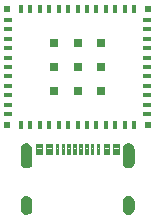
<source format=gbp>
G04 EAGLE Gerber RS-274X export*
G75*
%MOMM*%
%FSLAX34Y34*%
%LPD*%
%INSolderpaste Bottom*%
%IPPOS*%
%AMOC8*
5,1,8,0,0,1.08239X$1,22.5*%
G01*
%ADD10C,0.102000*%
%ADD11R,0.700000X0.300000*%
%ADD12R,0.300000X0.700000*%
%ADD13R,0.600000X0.600000*%
%ADD14R,0.800000X0.800000*%

G36*
X84976Y57922D02*
X84976Y57922D01*
X84980Y57919D01*
X85926Y58131D01*
X85931Y58137D01*
X85936Y58134D01*
X86811Y58552D01*
X86815Y58559D01*
X86821Y58558D01*
X87581Y59159D01*
X87583Y59167D01*
X87589Y59167D01*
X88196Y59923D01*
X88196Y59931D01*
X88202Y59932D01*
X88625Y60804D01*
X88625Y60808D01*
X88627Y60810D01*
X88625Y60813D01*
X88629Y60815D01*
X88848Y61759D01*
X88845Y61766D01*
X88849Y61770D01*
X88849Y73770D01*
X88848Y73772D01*
X88849Y73774D01*
X88768Y74891D01*
X88763Y74897D01*
X88766Y74902D01*
X88439Y75974D01*
X88432Y75978D01*
X88434Y75984D01*
X87877Y76956D01*
X87869Y76959D01*
X87870Y76965D01*
X87110Y77788D01*
X87102Y77789D01*
X87102Y77795D01*
X86177Y78429D01*
X86169Y78428D01*
X86168Y78434D01*
X85126Y78846D01*
X85118Y78844D01*
X85115Y78849D01*
X84007Y79019D01*
X84001Y79015D01*
X83997Y79019D01*
X82889Y78951D01*
X82885Y78947D01*
X82881Y78947D01*
X82878Y78949D01*
X81814Y78636D01*
X81809Y78629D01*
X81803Y78631D01*
X80835Y78089D01*
X80832Y78081D01*
X80826Y78082D01*
X80003Y77338D01*
X80001Y77330D01*
X79996Y77330D01*
X79358Y76421D01*
X79359Y76413D01*
X79353Y76412D01*
X78934Y75384D01*
X78936Y75376D01*
X78931Y75373D01*
X78751Y74278D01*
X78754Y74273D01*
X78751Y74270D01*
X78751Y62270D01*
X78755Y62264D01*
X78752Y62260D01*
X78971Y61214D01*
X78977Y61209D01*
X78974Y61204D01*
X79421Y60233D01*
X79428Y60229D01*
X79427Y60224D01*
X80078Y59377D01*
X80086Y59374D01*
X80086Y59369D01*
X80909Y58688D01*
X80917Y58687D01*
X80918Y58682D01*
X81872Y58201D01*
X81880Y58203D01*
X81883Y58197D01*
X82920Y57941D01*
X82927Y57944D01*
X82931Y57940D01*
X83999Y57921D01*
X84000Y57921D01*
X84969Y57917D01*
X84976Y57922D01*
G37*
G36*
X170502Y57923D02*
X170502Y57923D01*
X170503Y57921D01*
X171510Y57989D01*
X171516Y57995D01*
X171521Y57991D01*
X172486Y58282D01*
X172491Y58288D01*
X172497Y58286D01*
X173374Y58784D01*
X173377Y58792D01*
X173383Y58791D01*
X174127Y59472D01*
X174128Y59480D01*
X174134Y59480D01*
X174708Y60309D01*
X174708Y60317D01*
X174709Y60318D01*
X174713Y60319D01*
X175088Y61255D01*
X175088Y61256D01*
X175088Y61257D01*
X175086Y61263D01*
X175091Y61266D01*
X175249Y62262D01*
X175246Y62267D01*
X175249Y62270D01*
X175249Y74270D01*
X175247Y74273D01*
X175249Y74276D01*
X175131Y75321D01*
X175125Y75327D01*
X175129Y75332D01*
X174781Y76326D01*
X174774Y76330D01*
X174776Y76335D01*
X174216Y77227D01*
X174209Y77230D01*
X174209Y77235D01*
X173465Y77979D01*
X173457Y77981D01*
X173457Y77986D01*
X172565Y78546D01*
X172557Y78546D01*
X172556Y78551D01*
X171562Y78899D01*
X171554Y78896D01*
X171551Y78901D01*
X170506Y79019D01*
X170500Y79016D01*
X170497Y79019D01*
X169377Y78961D01*
X169371Y78955D01*
X169366Y78959D01*
X168287Y78652D01*
X168282Y78646D01*
X168277Y78648D01*
X167293Y78109D01*
X167290Y78102D01*
X167284Y78103D01*
X166445Y77359D01*
X166444Y77351D01*
X166438Y77351D01*
X165785Y76438D01*
X165785Y76430D01*
X165780Y76429D01*
X165347Y75394D01*
X165349Y75386D01*
X165344Y75384D01*
X165151Y74278D01*
X165154Y74273D01*
X165151Y74270D01*
X165151Y62270D01*
X165156Y62264D01*
X165152Y62259D01*
X165384Y61204D01*
X165390Y61199D01*
X165387Y61193D01*
X165848Y60216D01*
X165855Y60212D01*
X165854Y60207D01*
X166520Y59356D01*
X166528Y59354D01*
X166528Y59348D01*
X167367Y58667D01*
X167375Y58667D01*
X167376Y58661D01*
X168346Y58184D01*
X168354Y58186D01*
X168356Y58181D01*
X169408Y57931D01*
X169416Y57935D01*
X169419Y57930D01*
X170500Y57921D01*
X170502Y57923D01*
G37*
G36*
X84602Y18455D02*
X84602Y18455D01*
X84608Y18460D01*
X84613Y18456D01*
X85678Y18734D01*
X85683Y18740D01*
X85688Y18738D01*
X86665Y19246D01*
X86669Y19253D01*
X86674Y19252D01*
X87513Y19965D01*
X87515Y19973D01*
X87521Y19973D01*
X88181Y20854D01*
X88181Y20862D01*
X88186Y20864D01*
X88633Y21870D01*
X88631Y21878D01*
X88636Y21880D01*
X88848Y22961D01*
X88845Y22967D01*
X88849Y22970D01*
X88849Y28970D01*
X88848Y28971D01*
X88849Y28972D01*
X88798Y30127D01*
X88793Y30133D01*
X88796Y30138D01*
X88489Y31252D01*
X88483Y31257D01*
X88485Y31262D01*
X87938Y32281D01*
X87931Y32284D01*
X87932Y32290D01*
X87172Y33161D01*
X87164Y33162D01*
X87164Y33168D01*
X86229Y33848D01*
X86221Y33848D01*
X86219Y33853D01*
X85157Y34308D01*
X85149Y34306D01*
X85146Y34311D01*
X84009Y34518D01*
X84000Y34514D01*
X83995Y34519D01*
X82858Y34413D01*
X82852Y34408D01*
X82847Y34411D01*
X81762Y34055D01*
X81757Y34048D01*
X81752Y34051D01*
X80773Y33462D01*
X80770Y33454D01*
X80764Y33455D01*
X79941Y32663D01*
X79940Y32655D01*
X79934Y32655D01*
X79307Y31700D01*
X79308Y31692D01*
X79302Y31690D01*
X78904Y30620D01*
X78906Y30612D01*
X78901Y30609D01*
X78751Y29476D01*
X78754Y29472D01*
X78751Y29470D01*
X78751Y23470D01*
X78753Y23468D01*
X78751Y23466D01*
X78839Y22383D01*
X78845Y22377D01*
X78841Y22372D01*
X79168Y21336D01*
X79175Y21331D01*
X79173Y21326D01*
X79722Y20388D01*
X79730Y20385D01*
X79729Y20380D01*
X80473Y19588D01*
X80481Y19587D01*
X80481Y19581D01*
X81383Y18975D01*
X81391Y18975D01*
X81393Y18969D01*
X82407Y18579D01*
X82415Y18581D01*
X82418Y18576D01*
X83493Y18421D01*
X83499Y18424D01*
X83502Y18421D01*
X84602Y18455D01*
G37*
G36*
X171142Y18527D02*
X171142Y18527D01*
X171148Y18532D01*
X171153Y18529D01*
X172238Y18885D01*
X172243Y18892D01*
X172248Y18889D01*
X173227Y19478D01*
X173230Y19486D01*
X173236Y19485D01*
X174059Y20277D01*
X174060Y20285D01*
X174066Y20285D01*
X174693Y21240D01*
X174692Y21248D01*
X174698Y21250D01*
X175096Y22320D01*
X175094Y22328D01*
X175099Y22331D01*
X175249Y23464D01*
X175246Y23468D01*
X175249Y23470D01*
X175249Y29470D01*
X175246Y29474D01*
X175249Y29476D01*
X175099Y30609D01*
X175093Y30615D01*
X175096Y30620D01*
X174698Y31690D01*
X174691Y31694D01*
X174693Y31700D01*
X174066Y32655D01*
X174058Y32658D01*
X174059Y32663D01*
X173236Y33455D01*
X173228Y33456D01*
X173227Y33462D01*
X172248Y34051D01*
X172240Y34050D01*
X172238Y34055D01*
X171153Y34411D01*
X171145Y34409D01*
X171142Y34413D01*
X170005Y34519D01*
X169998Y34515D01*
X169994Y34519D01*
X168906Y34374D01*
X168900Y34368D01*
X168895Y34371D01*
X167867Y33988D01*
X167862Y33981D01*
X167857Y33983D01*
X166940Y33380D01*
X166937Y33372D01*
X166931Y33373D01*
X166171Y32581D01*
X166170Y32573D01*
X166164Y32572D01*
X165600Y31631D01*
X165601Y31623D01*
X165595Y31621D01*
X165254Y30578D01*
X165256Y30570D01*
X165252Y30567D01*
X165151Y29475D01*
X165153Y29472D01*
X165151Y29470D01*
X165151Y23470D01*
X165153Y23467D01*
X165151Y23466D01*
X165252Y22373D01*
X165257Y22367D01*
X165254Y22362D01*
X165595Y21319D01*
X165602Y21314D01*
X165600Y21309D01*
X166164Y20368D01*
X166172Y20365D01*
X166171Y20359D01*
X166931Y19567D01*
X166939Y19566D01*
X166940Y19560D01*
X167857Y18958D01*
X167865Y18958D01*
X167867Y18953D01*
X168895Y18569D01*
X168903Y18571D01*
X168906Y18566D01*
X169994Y18421D01*
X170001Y18425D01*
X170005Y18421D01*
X171142Y18527D01*
G37*
D10*
X118510Y78560D02*
X120490Y78560D01*
X120490Y69580D01*
X118510Y69580D01*
X118510Y78560D01*
X118510Y70549D02*
X120490Y70549D01*
X120490Y71518D02*
X118510Y71518D01*
X118510Y72487D02*
X120490Y72487D01*
X120490Y73456D02*
X118510Y73456D01*
X118510Y74425D02*
X120490Y74425D01*
X120490Y75394D02*
X118510Y75394D01*
X118510Y76363D02*
X120490Y76363D01*
X120490Y77332D02*
X118510Y77332D01*
X118510Y78301D02*
X120490Y78301D01*
X123510Y78560D02*
X125490Y78560D01*
X125490Y69580D01*
X123510Y69580D01*
X123510Y78560D01*
X123510Y70549D02*
X125490Y70549D01*
X125490Y71518D02*
X123510Y71518D01*
X123510Y72487D02*
X125490Y72487D01*
X125490Y73456D02*
X123510Y73456D01*
X123510Y74425D02*
X125490Y74425D01*
X125490Y75394D02*
X123510Y75394D01*
X123510Y76363D02*
X125490Y76363D01*
X125490Y77332D02*
X123510Y77332D01*
X123510Y78301D02*
X125490Y78301D01*
X97240Y78560D02*
X92260Y78560D01*
X97240Y78560D02*
X97240Y69580D01*
X92260Y69580D01*
X92260Y78560D01*
X92260Y70549D02*
X97240Y70549D01*
X97240Y71518D02*
X92260Y71518D01*
X92260Y72487D02*
X97240Y72487D01*
X97240Y73456D02*
X92260Y73456D01*
X92260Y74425D02*
X97240Y74425D01*
X97240Y75394D02*
X92260Y75394D01*
X92260Y76363D02*
X97240Y76363D01*
X97240Y77332D02*
X92260Y77332D01*
X92260Y78301D02*
X97240Y78301D01*
X100010Y78560D02*
X104990Y78560D01*
X104990Y69580D01*
X100010Y69580D01*
X100010Y78560D01*
X100010Y70549D02*
X104990Y70549D01*
X104990Y71518D02*
X100010Y71518D01*
X100010Y72487D02*
X104990Y72487D01*
X104990Y73456D02*
X100010Y73456D01*
X100010Y74425D02*
X104990Y74425D01*
X104990Y75394D02*
X100010Y75394D01*
X100010Y76363D02*
X104990Y76363D01*
X104990Y77332D02*
X100010Y77332D01*
X100010Y78301D02*
X104990Y78301D01*
X108510Y78560D02*
X110490Y78560D01*
X110490Y69580D01*
X108510Y69580D01*
X108510Y78560D01*
X108510Y70549D02*
X110490Y70549D01*
X110490Y71518D02*
X108510Y71518D01*
X108510Y72487D02*
X110490Y72487D01*
X110490Y73456D02*
X108510Y73456D01*
X108510Y74425D02*
X110490Y74425D01*
X110490Y75394D02*
X108510Y75394D01*
X108510Y76363D02*
X110490Y76363D01*
X110490Y77332D02*
X108510Y77332D01*
X108510Y78301D02*
X110490Y78301D01*
X113510Y78560D02*
X115490Y78560D01*
X115490Y69580D01*
X113510Y69580D01*
X113510Y78560D01*
X113510Y70549D02*
X115490Y70549D01*
X115490Y71518D02*
X113510Y71518D01*
X113510Y72487D02*
X115490Y72487D01*
X115490Y73456D02*
X113510Y73456D01*
X113510Y74425D02*
X115490Y74425D01*
X115490Y75394D02*
X113510Y75394D01*
X113510Y76363D02*
X115490Y76363D01*
X115490Y77332D02*
X113510Y77332D01*
X113510Y78301D02*
X115490Y78301D01*
X133510Y69580D02*
X135490Y69580D01*
X133510Y69580D02*
X133510Y78560D01*
X135490Y78560D01*
X135490Y69580D01*
X135490Y70549D02*
X133510Y70549D01*
X133510Y71518D02*
X135490Y71518D01*
X135490Y72487D02*
X133510Y72487D01*
X133510Y73456D02*
X135490Y73456D01*
X135490Y74425D02*
X133510Y74425D01*
X133510Y75394D02*
X135490Y75394D01*
X135490Y76363D02*
X133510Y76363D01*
X133510Y77332D02*
X135490Y77332D01*
X135490Y78301D02*
X133510Y78301D01*
X130490Y69580D02*
X128510Y69580D01*
X128510Y78560D01*
X130490Y78560D01*
X130490Y69580D01*
X130490Y70549D02*
X128510Y70549D01*
X128510Y71518D02*
X130490Y71518D01*
X130490Y72487D02*
X128510Y72487D01*
X128510Y73456D02*
X130490Y73456D01*
X130490Y74425D02*
X128510Y74425D01*
X128510Y75394D02*
X130490Y75394D01*
X130490Y76363D02*
X128510Y76363D01*
X128510Y77332D02*
X130490Y77332D01*
X130490Y78301D02*
X128510Y78301D01*
X156760Y69580D02*
X161740Y69580D01*
X156760Y69580D02*
X156760Y78560D01*
X161740Y78560D01*
X161740Y69580D01*
X161740Y70549D02*
X156760Y70549D01*
X156760Y71518D02*
X161740Y71518D01*
X161740Y72487D02*
X156760Y72487D01*
X156760Y73456D02*
X161740Y73456D01*
X161740Y74425D02*
X156760Y74425D01*
X156760Y75394D02*
X161740Y75394D01*
X161740Y76363D02*
X156760Y76363D01*
X156760Y77332D02*
X161740Y77332D01*
X161740Y78301D02*
X156760Y78301D01*
X153990Y69580D02*
X149010Y69580D01*
X149010Y78560D01*
X153990Y78560D01*
X153990Y69580D01*
X153990Y70549D02*
X149010Y70549D01*
X149010Y71518D02*
X153990Y71518D01*
X153990Y72487D02*
X149010Y72487D01*
X149010Y73456D02*
X153990Y73456D01*
X153990Y74425D02*
X149010Y74425D01*
X149010Y75394D02*
X153990Y75394D01*
X153990Y76363D02*
X149010Y76363D01*
X149010Y77332D02*
X153990Y77332D01*
X153990Y78301D02*
X149010Y78301D01*
X145490Y69580D02*
X143510Y69580D01*
X143510Y78560D01*
X145490Y78560D01*
X145490Y69580D01*
X145490Y70549D02*
X143510Y70549D01*
X143510Y71518D02*
X145490Y71518D01*
X145490Y72487D02*
X143510Y72487D01*
X143510Y73456D02*
X145490Y73456D01*
X145490Y74425D02*
X143510Y74425D01*
X143510Y75394D02*
X145490Y75394D01*
X145490Y76363D02*
X143510Y76363D01*
X143510Y77332D02*
X145490Y77332D01*
X145490Y78301D02*
X143510Y78301D01*
X140490Y69580D02*
X138510Y69580D01*
X138510Y78560D01*
X140490Y78560D01*
X140490Y69580D01*
X140490Y70549D02*
X138510Y70549D01*
X138510Y71518D02*
X140490Y71518D01*
X140490Y72487D02*
X138510Y72487D01*
X138510Y73456D02*
X140490Y73456D01*
X140490Y74425D02*
X138510Y74425D01*
X138510Y75394D02*
X140490Y75394D01*
X140490Y76363D02*
X138510Y76363D01*
X138510Y77332D02*
X140490Y77332D01*
X140490Y78301D02*
X138510Y78301D01*
D11*
X186000Y183510D03*
X186000Y175510D03*
X186000Y167510D03*
X186000Y159510D03*
X186000Y151510D03*
X186000Y143510D03*
X186000Y135510D03*
X186000Y127510D03*
X186000Y119510D03*
X186000Y111510D03*
X186000Y103510D03*
X68000Y103510D03*
X68000Y111510D03*
X68000Y119510D03*
X68000Y127510D03*
X68000Y135510D03*
X68000Y143510D03*
X68000Y151510D03*
X68000Y159510D03*
X68000Y167510D03*
X68000Y175510D03*
X68000Y183510D03*
D12*
X95000Y94510D03*
X103000Y94510D03*
X111000Y94510D03*
X119000Y94510D03*
X127000Y94510D03*
X135000Y94510D03*
X143000Y94510D03*
X151000Y94510D03*
X159000Y94510D03*
X167000Y94510D03*
X175000Y94510D03*
X87000Y94510D03*
X79000Y94510D03*
X159000Y192510D03*
X151000Y192510D03*
X143000Y192510D03*
X135000Y192510D03*
X127000Y192510D03*
X119000Y192510D03*
X111000Y192510D03*
X103000Y192510D03*
X95000Y192510D03*
X87000Y192510D03*
X79000Y192510D03*
X167000Y192510D03*
X175000Y192510D03*
D13*
X67500Y193010D03*
X186500Y193010D03*
X67500Y94010D03*
X186500Y94010D03*
D14*
X147000Y163510D03*
X147000Y143510D03*
X147000Y123510D03*
X127000Y123510D03*
X107000Y123510D03*
X107000Y143510D03*
X107000Y163510D03*
X127000Y163510D03*
X127000Y143510D03*
M02*

</source>
